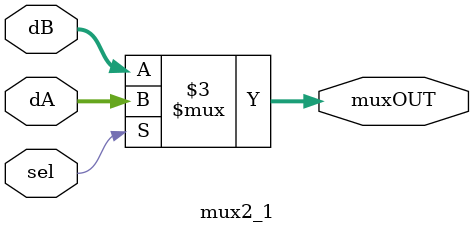
<source format=sv>
module mux2_1 #(parameter w = 2)
(
	input [w:1]dA, dB,
	input sel,
	output reg [w:1]muxOUT
);

always @(*) begin
	if (sel) muxOUT = dA;
	else muxOUT = dB;
end

endmodule
</source>
